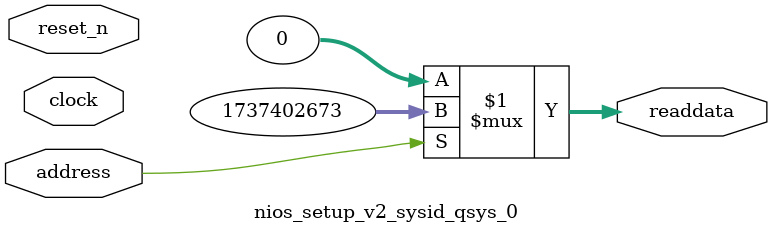
<source format=v>



// synthesis translate_off
`timescale 1ns / 1ps
// synthesis translate_on

// turn off superfluous verilog processor warnings 
// altera message_level Level1 
// altera message_off 10034 10035 10036 10037 10230 10240 10030 

module nios_setup_v2_sysid_qsys_0 (
               // inputs:
                address,
                clock,
                reset_n,

               // outputs:
                readdata
             )
;

  output  [ 31: 0] readdata;
  input            address;
  input            clock;
  input            reset_n;

  wire    [ 31: 0] readdata;
  //control_slave, which is an e_avalon_slave
  assign readdata = address ? 1737402673 : 0;

endmodule



</source>
